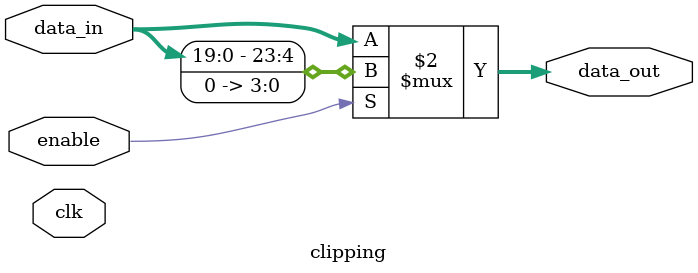
<source format=v>
module clipping
	#(parameter RESOLUTION = 24)
	(
	input clk, enable,
	input [RESOLUTION - 1:0]data_in,
	output[RESOLUTION - 1:0]data_out

);

assign data_out = enable ? data_in<<4 : data_in;

endmodule

</source>
